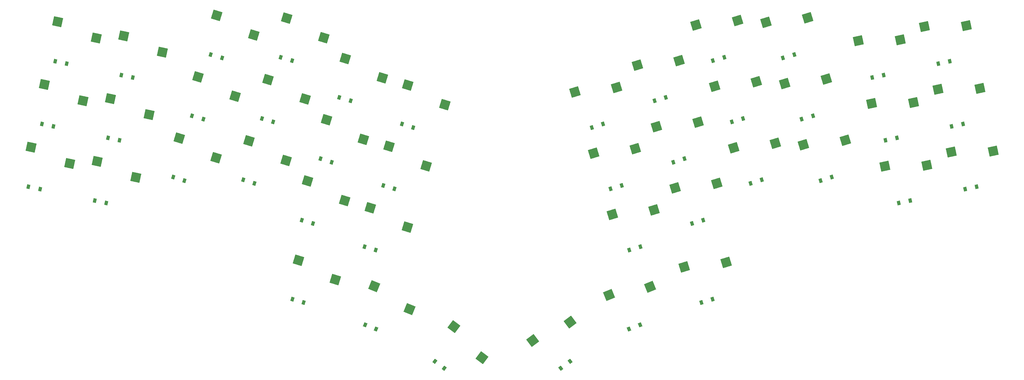
<source format=gbr>
%TF.GenerationSoftware,KiCad,Pcbnew,8.0.6*%
%TF.CreationDate,2025-05-26T13:53:34+02:00*%
%TF.ProjectId,main-rounded,6d61696e-2d72-46f7-956e-6465642e6b69,v1.0.0*%
%TF.SameCoordinates,Original*%
%TF.FileFunction,Paste,Bot*%
%TF.FilePolarity,Positive*%
%FSLAX46Y46*%
G04 Gerber Fmt 4.6, Leading zero omitted, Abs format (unit mm)*
G04 Created by KiCad (PCBNEW 8.0.6) date 2025-05-26 13:53:34*
%MOMM*%
%LPD*%
G01*
G04 APERTURE LIST*
G04 Aperture macros list*
%AMRotRect*
0 Rectangle, with rotation*
0 The origin of the aperture is its center*
0 $1 length*
0 $2 width*
0 $3 Rotation angle, in degrees counterclockwise*
0 Add horizontal line*
21,1,$1,$2,0,0,$3*%
G04 Aperture macros list end*
%ADD10RotRect,0.900000X1.200000X343.000000*%
%ADD11RotRect,2.600000X2.600000X17.000000*%
%ADD12RotRect,0.900000X1.200000X17.000000*%
%ADD13RotRect,2.600000X2.600000X323.000000*%
%ADD14RotRect,2.600000X2.600000X12.000000*%
%ADD15RotRect,2.600000X2.600000X348.000000*%
%ADD16RotRect,0.900000X1.200000X348.000000*%
%ADD17RotRect,2.600000X2.600000X343.000000*%
%ADD18RotRect,0.900000X1.200000X12.000000*%
%ADD19RotRect,2.600000X2.600000X22.000000*%
%ADD20RotRect,2.600000X2.600000X37.000000*%
%ADD21RotRect,2.600000X2.600000X338.000000*%
%ADD22RotRect,0.900000X1.200000X323.000000*%
%ADD23RotRect,0.900000X1.200000X37.000000*%
%ADD24RotRect,0.900000X1.200000X22.000000*%
%ADD25RotRect,0.900000X1.200000X338.000000*%
G04 APERTURE END LIST*
D10*
%TO.C,D14*%
X139044561Y-124914738D03*
X142200367Y-125879564D03*
%TD*%
%TO.C,D18*%
X161892299Y-115168925D03*
X165048105Y-116133751D03*
%TD*%
D11*
%TO.C,S40*%
X241102742Y-155304809D03*
X252791280Y-154031786D03*
%TD*%
D12*
%TO.C,D32*%
X254404118Y-114586674D03*
X257559924Y-113621848D03*
%TD*%
%TO.C,D31*%
X259666809Y-131800159D03*
X262822615Y-130835333D03*
%TD*%
D10*
%TO.C,D11*%
X122629001Y-113621848D03*
X125784807Y-114586674D03*
%TD*%
D13*
%TO.C,S21*%
X176425685Y-172031532D03*
X184325932Y-180739493D03*
%TD*%
D11*
%TO.C,S36*%
X227970402Y-98669646D03*
X239658940Y-97396623D03*
%TD*%
D14*
%TO.C,S24*%
X308496349Y-87818896D03*
X320251360Y-87569440D03*
%TD*%
D15*
%TO.C,S1*%
X57800889Y-121670387D03*
X68641088Y-126223692D03*
%TD*%
D12*
%TO.C,D34*%
X243251249Y-143093050D03*
X246407055Y-142128224D03*
%TD*%
D16*
%TO.C,D6*%
X83183371Y-101455969D03*
X86411259Y-102142077D03*
%TD*%
D15*
%TO.C,S2*%
X61543299Y-104063731D03*
X72383498Y-108617036D03*
%TD*%
D17*
%TO.C,S16*%
X153014393Y-138649254D03*
X163416495Y-144130018D03*
%TD*%
%TO.C,S10*%
X119013786Y-119888691D03*
X129415888Y-125369455D03*
%TD*%
D12*
%TO.C,D35*%
X237988558Y-125879564D03*
X241144364Y-124914738D03*
%TD*%
D10*
%TO.C,D7*%
X97734662Y-130061794D03*
X100890468Y-131026620D03*
%TD*%
D14*
%TO.C,S26*%
X293653955Y-109375875D03*
X305408966Y-109126419D03*
%TD*%
D17*
%TO.C,S17*%
X158277084Y-121435769D03*
X168679186Y-126916533D03*
%TD*%
D18*
%TO.C,D27*%
X293777667Y-102142077D03*
X297005555Y-101455969D03*
%TD*%
D11*
%TO.C,S32*%
X249648653Y-104590241D03*
X261337191Y-103317218D03*
%TD*%
D16*
%TO.C,D5*%
X79440960Y-119062626D03*
X82668848Y-119748734D03*
%TD*%
D11*
%TO.C,S35*%
X233233092Y-115883132D03*
X244921630Y-114610109D03*
%TD*%
D19*
%TO.C,S41*%
X219989396Y-163188644D03*
X231522504Y-160901742D03*
%TD*%
D11*
%TO.C,S34*%
X238495783Y-133096617D03*
X250184321Y-131823594D03*
%TD*%
D12*
%TO.C,D33*%
X249141427Y-97373188D03*
X252297233Y-96408362D03*
%TD*%
D17*
%TO.C,S7*%
X99382137Y-119115153D03*
X109784239Y-124595917D03*
%TD*%
D16*
%TO.C,D3*%
X64598566Y-97505647D03*
X67826454Y-98191755D03*
%TD*%
D11*
%TO.C,S33*%
X244385962Y-87376755D03*
X256074500Y-86103732D03*
%TD*%
D20*
%TO.C,S42*%
X198532178Y-175973420D03*
X209080412Y-170779455D03*
%TD*%
D18*
%TO.C,D22*%
X319847292Y-133405068D03*
X323075180Y-132718960D03*
%TD*%
D12*
%TO.C,D40*%
X245858207Y-165301241D03*
X249014013Y-164336415D03*
%TD*%
D17*
%TO.C,S14*%
X140692037Y-113968097D03*
X151094139Y-119448861D03*
%TD*%
D18*
%TO.C,D25*%
X301262488Y-137355391D03*
X304490376Y-136669283D03*
%TD*%
D21*
%TO.C,S20*%
X154126475Y-160734970D03*
X164011314Y-167101481D03*
%TD*%
D17*
%TO.C,S12*%
X129539167Y-85461720D03*
X139941269Y-90942484D03*
%TD*%
D10*
%TO.C,D15*%
X144307252Y-107701253D03*
X147463058Y-108666079D03*
%TD*%
D14*
%TO.C,S27*%
X289911544Y-91769218D03*
X301666555Y-91519762D03*
%TD*%
%TO.C,S25*%
X297396365Y-126982532D03*
X309151376Y-126733076D03*
%TD*%
D10*
%TO.C,D17*%
X156629608Y-132382410D03*
X159785414Y-133347236D03*
%TD*%
%TO.C,D13*%
X133781871Y-142128224D03*
X136937677Y-143093050D03*
%TD*%
D16*
%TO.C,D2*%
X60856156Y-115112304D03*
X64084044Y-115798412D03*
%TD*%
D12*
%TO.C,D39*%
X215140820Y-116133751D03*
X218296626Y-115168925D03*
%TD*%
D22*
%TO.C,D21*%
X171133592Y-181754539D03*
X173769090Y-183740529D03*
%TD*%
D17*
%TO.C,S15*%
X145954727Y-96754611D03*
X156356829Y-102235375D03*
%TD*%
D18*
%TO.C,D26*%
X297520077Y-119748734D03*
X300747965Y-119062626D03*
%TD*%
D12*
%TO.C,D38*%
X220403511Y-133347236D03*
X223559317Y-132382410D03*
%TD*%
D10*
%TO.C,D19*%
X131174912Y-164336415D03*
X134330718Y-165301241D03*
%TD*%
D15*
%TO.C,S5*%
X80128104Y-108014053D03*
X90968303Y-112567358D03*
%TD*%
D11*
%TO.C,S37*%
X220910736Y-140564289D03*
X232599274Y-139291266D03*
%TD*%
D14*
%TO.C,S23*%
X312238759Y-105425553D03*
X323993770Y-105176097D03*
%TD*%
D10*
%TO.C,D10*%
X117366310Y-130835333D03*
X120522116Y-131800159D03*
%TD*%
D11*
%TO.C,S39*%
X210385355Y-106137318D03*
X222073893Y-104864295D03*
%TD*%
D10*
%TO.C,D9*%
X108260043Y-95634823D03*
X111415849Y-96599649D03*
%TD*%
D15*
%TO.C,S6*%
X83870514Y-90407396D03*
X94710713Y-94960701D03*
%TD*%
D11*
%TO.C,S38*%
X215648045Y-123350804D03*
X227336583Y-122077781D03*
%TD*%
D15*
%TO.C,S4*%
X76385693Y-125620710D03*
X87225892Y-130174015D03*
%TD*%
D10*
%TO.C,D12*%
X127891692Y-96408362D03*
X131047498Y-97373188D03*
%TD*%
D16*
%TO.C,D4*%
X75698550Y-136669283D03*
X78926438Y-137355391D03*
%TD*%
D17*
%TO.C,S18*%
X163539774Y-104222283D03*
X173941876Y-109703047D03*
%TD*%
D10*
%TO.C,D8*%
X102997352Y-112848309D03*
X106153158Y-113813135D03*
%TD*%
D17*
%TO.C,S11*%
X124276477Y-102675206D03*
X134678579Y-108155970D03*
%TD*%
D12*
%TO.C,D30*%
X268773076Y-96599649D03*
X271928882Y-95634823D03*
%TD*%
D23*
%TO.C,D42*%
X206419835Y-183740529D03*
X209055333Y-181754539D03*
%TD*%
D16*
%TO.C,D1*%
X57113745Y-132718960D03*
X60341633Y-133405068D03*
%TD*%
D17*
%TO.C,S19*%
X132822388Y-153389774D03*
X143224490Y-158870538D03*
%TD*%
D12*
%TO.C,D28*%
X279298458Y-131026620D03*
X282454264Y-130061794D03*
%TD*%
%TO.C,D37*%
X225666202Y-150560722D03*
X228822008Y-149595896D03*
%TD*%
D15*
%TO.C,S3*%
X65285710Y-86457074D03*
X76125909Y-91010379D03*
%TD*%
D12*
%TO.C,D36*%
X232725867Y-108666079D03*
X235881673Y-107701253D03*
%TD*%
D18*
%TO.C,D24*%
X312362471Y-98191755D03*
X315590359Y-97505647D03*
%TD*%
D12*
%TO.C,D29*%
X274035767Y-113813135D03*
X277191573Y-112848309D03*
%TD*%
D18*
%TO.C,D23*%
X316104882Y-115798412D03*
X319332770Y-115112304D03*
%TD*%
D11*
%TO.C,S31*%
X254911343Y-121803726D03*
X266599881Y-120530703D03*
%TD*%
D17*
%TO.C,S8*%
X104644828Y-101901667D03*
X115046930Y-107382431D03*
%TD*%
%TO.C,S9*%
X109907518Y-84688182D03*
X120309620Y-90168946D03*
%TD*%
D24*
%TO.C,D41*%
X225598012Y-172732572D03*
X228657718Y-171496370D03*
%TD*%
D11*
%TO.C,S30*%
X264017611Y-86603217D03*
X275706149Y-85330194D03*
%TD*%
D17*
%TO.C,S13*%
X135429346Y-131181582D03*
X145831448Y-136662346D03*
%TD*%
D14*
%TO.C,S22*%
X315981170Y-123032209D03*
X327736181Y-122782753D03*
%TD*%
D10*
%TO.C,D16*%
X151366918Y-149595896D03*
X154522724Y-150560722D03*
%TD*%
D25*
%TO.C,D20*%
X151531207Y-171496370D03*
X154590913Y-172732572D03*
%TD*%
D11*
%TO.C,S28*%
X274542992Y-121030188D03*
X286231530Y-119757165D03*
%TD*%
%TO.C,S29*%
X269280302Y-103816702D03*
X280968840Y-102543679D03*
%TD*%
M02*

</source>
